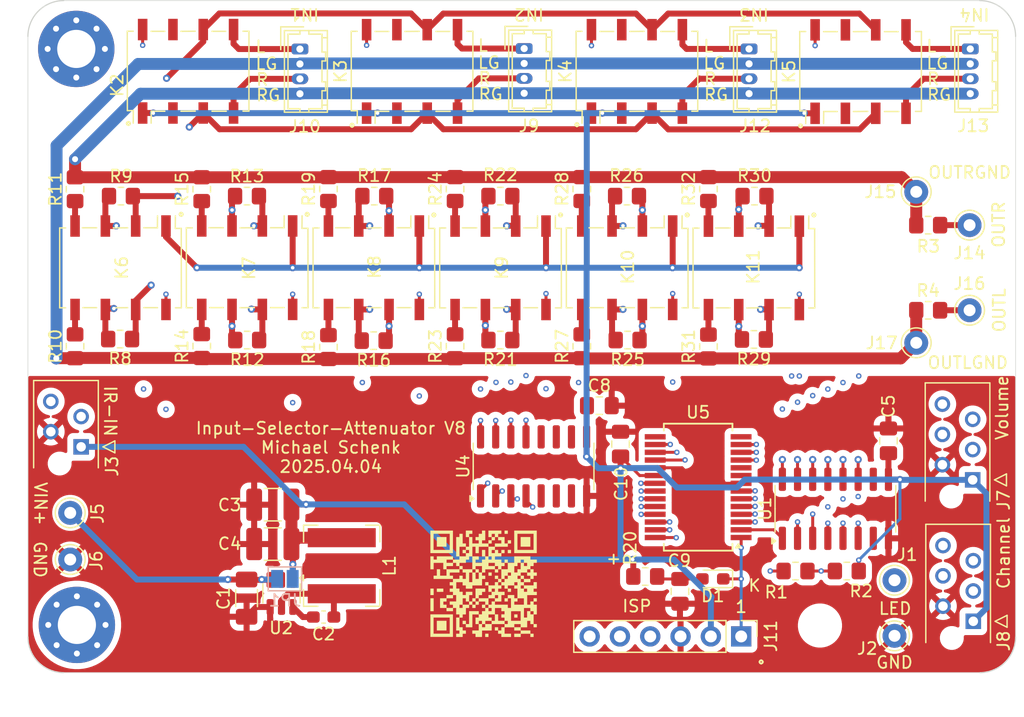
<source format=kicad_pcb>
(kicad_pcb (version 20241229) (generator "pcbnew") (generator_version "9.0")
  (layers (0 "F.Cu" mixed) (4 "In1.Cu" signal) (6 "In2.Cu" signal) (2 "B.Cu" mixed) (13 "F.Paste" user) (15 "B.Paste" user) (5 "F.SilkS" user "F.Silkscreen") (7 "B.SilkS" user "B.Silkscreen") (1 "F.Mask" user) (3 "B.Mask" user) (25 "Edge.Cuts" user))
  (net 0 "")
  (net 1 "GND")
  (net 2 "+5V")
  (net 3 "/VIN")
  (net 4 "/SWOUT")
  (net 5 "RC0{slash}CHA")
  (net 6 "Net-(J1-Pin_1)")
  (net 7 "RC2{slash}SW")
  (net 9 "GND1")
  (net 10 "GND2")
  (net 11 "Net-(K2-Pad3)")
  (net 12 "RC5{slash}CHA")
  (net 13 "RC7{slash}SW")
  (net 15 "Net-(J10-Pin_1)")
  (net 16 "Net-(J10-Pin_3)")
  (net 18 "Net-(J14-Pin_1)")
  (net 19 "Net-(K2-Pad6)")
  (net 20 "Net-(J16-Pin_1)")
  (net 21 "Net-(K6-Pad3)")
  (net 22 "Net-(J9-Pin_1)")
  (net 23 "Net-(J9-Pin_3)")
  (net 24 "Net-(J12-Pin_1)")
  (net 25 "Net-(J12-Pin_3)")
  (net 26 "Net-(J13-Pin_1)")
  (net 27 "Net-(J13-Pin_3)")
  (net 28 "ICSPDAT")
  (net 29 "ICSPCLK")
  (net 30 "Net-(U4-O1)")
  (net 31 "Net-(U4-O2)")
  (net 32 "Net-(U4-O3)")
  (net 41 "Net-(K7-Pad3)")
  (net 42 "Net-(K6-Pad4)")
  (net 43 "Net-(K6-Pad5)")
  (net 44 "Net-(K6-Pad6)")
  (net 45 "Net-(U4-O4)")
  (net 46 "Net-(K7-Pad6)")
  (net 47 "Net-(K7-Pad4)")
  (net 48 "Net-(K7-Pad5)")
  (net 49 "Net-(U1-O1)")
  (net 50 "Net-(K8-Pad4)")
  (net 51 "Net-(K8-Pad5)")
  (net 52 "Net-(U1-O2)")
  (net 53 "Net-(K9-Pad4)")
  (net 54 "Net-(K9-Pad5)")
  (net 55 "Net-(K8-Pad3)")
  (net 56 "Net-(K8-Pad6)")
  (net 57 "Net-(U1-O3)")
  (net 58 "Net-(K10-Pad4)")
  (net 59 "Net-(K10-Pad5)")
  (net 60 "Net-(K10-Pad7)")
  (net 61 "Net-(U1-O4)")
  (net 62 "Net-(K10-Pad6)")
  (net 63 "Net-(K11-Pad4)")
  (net 64 "Net-(K11-Pad5)")
  (net 65 "Net-(U1-O5)")
  (net 66 "Net-(U1-O6)")
  (net 67 "Net-(U5-RB5)")
  (net 70 "Net-(U4-I1)")
  (net 71 "Net-(U4-I2)")
  (net 72 "Net-(U4-I3)")
  (net 73 "ATT_0")
  (net 74 "ATT_1")
  (net 75 "ATT_2")
  (net 76 "ATT_3")
  (net 77 "ATT_4")
  (net 78 "ATT_5")
  (net 79 "Net-(U4-I4)")
  (net 86 "Net-(K10-Pad2)")
  (net 87 "Net-(U2-BST)")
  (net 92 "Net-(D1-A)")
  (net 93 "RC1{slash}CHB")
  (net 94 "RC6{slash}CHB")
  (net 95 "Net-(D1-K)")
  (net 97 "RB4{slash}IRIN")
  (net 98 "Net-(K10-Pad3)")
  (footprint "Capacitor_SMD:C_0603_1608Metric_Pad1.08x0.95mm_HandSolder" (layer "F.Cu") (at 141.6315 110.1344 180)
    (property "Reference" "C2")
    (property "Value" "100nF/50V/X7R")
  )
  (footprint "Capacitor_SMD:C_1210_3225Metric_Pad1.33x2.70mm_HandSolder" (layer "F.Cu") (at 137.3755 100.711 180)
    (property "Reference" "C3")
    (property "Value" "22uF/25V/X7R")
  )
  (footprint "Capacitor_SMD:C_0805_2012Metric_Pad1.18x1.45mm_HandSolder" (layer "F.Cu") (at 188.976 95.3555 -90)
    (property "Reference" "C5")
    (property "Value" "100nF")
  )
  (footprint "MountingHole:MountingHole_3.2mm_M3" (layer "F.Cu") (at 186.7408 80.772)
    (property "Reference" "H2" (hide yes))
    (property "Value" "MountingHole")
  )
  (footprint "MountingHole:MountingHole_3.2mm_M3" (layer "F.Cu") (at 183.2356 110.8456)
    (property "Reference" "H3" (hide yes))
    (property "Value" "MountingHole")
  )
  (footprint "MountingHole:MountingHole_3.2mm_M3_Pad_Via" (layer "F.Cu") (at 120.9548 110.7948)
    (property "Reference" "H4" (hide yes))
    (property "Value" "MountingHole")
  )
  (footprint "Connector_Pin:Pin_D1.0mm_L10.0mm" (layer "F.Cu") (at 189.484 107.047482)
    (property "Reference" "J1")
    (property "Value" "LED")
  )
  (footprint "Connector_Pin:Pin_D1.0mm_L10.0mm" (layer "F.Cu") (at 189.484 111.7092)
    (property "Reference" "J2")
    (property "Value" "GND")
  )
  (footprint "Connector_Pin:Pin_D1.0mm_L10.0mm" (layer "F.Cu") (at 120.396 101.3968 -90)
    (property "Reference" "J5")
    (property "Value" "+VIN")
  )
  (footprint "Connector_Pin:Pin_D1.0mm_L10.0mm" (layer "F.Cu") (at 120.396 105.3084 -90)
    (property "Reference" "J6")
    (property "Value" "GND")
  )
  (footprint "Connector_Pin:Pin_D1.0mm_L10.0mm" (layer "F.Cu") (at 195.776364 77.263242)
    (property "Reference" "J14")
    (property "Value" "OUT_R")
  )
  (footprint "Connector_Pin:Pin_D1.0mm_L10.0mm" (layer "F.Cu") (at 191.306062 74.469242)
    (property "Reference" "J15")
    (property "Value" "OUT_GNDR")
  )
  (footprint "Connector_Pin:Pin_D1.0mm_L10.0mm" (layer "F.Cu") (at 195.776364 84.402499)
    (property "Reference" "J16")
    (property "Value" "OUT_L")
  )
  (footprint "Connector_Pin:Pin_D1.0mm_L10.0mm" (layer "F.Cu") (at 191.306062 87.131767)
    (property "Reference" "J17")
    (property "Value" "OUT_GNDL")
  )
  (footprint "Relay_SMD:Relay_DPDT_Omron_G6K-2F" (layer "F.Cu") (at 130.2766 64.3584 90)
    (property "Reference" "K2")
    (property "Value" "G6K-2F DC5")
  )
  (footprint "Relay_SMD:Relay_DPDT_Omron_G6K-2F" (layer "F.Cu") (at 149.0472 64.3688 90)
    (property "Reference" "K3")
    (property "Value" "G6K-2F DC5")
  )
  (footprint "Relay_SMD:Relay_DPDT_Omron_G6K-2F" (layer "F.Cu") (at 167.894 64.3688 90)
    (property "Reference" "K4")
    (property "Value" "G6K-2F DC5")
  )
  (footprint "Relay_SMD:Relay_DPDT_Omron_G6K-2F" (layer "F.Cu") (at 186.6392 64.3838 90)
    (property "Reference" "K5")
    (property "Value" "G6K-2F DC5")
  )
  (footprint "Resistor_SMD:R_0805_2012Metric_Pad1.20x1.40mm_HandSolder" (layer "F.Cu") (at 181.1876 106.2736)
    (property "Reference" "R1")
    (property "Value" "330R")
  )
  (footprint "Resistor_SMD:R_0805_2012Metric_Pad1.20x1.40mm_HandSolder" (layer "F.Cu") (at 185.4868 106.2736 180)
    (property "Reference" "R2")
    (property "Value" "330R")
  )
  (footprint "Resistor_SMD:R_0805_2012Metric_Pad1.20x1.40mm_HandSolder" (layer "F.Cu") (at 192.305964 84.402499)
    (property "Reference" "R4")
    (property "Value" "10k/0.1%")
  )
  (footprint "MountingHole:MountingHole_3.2mm_M3_Pad_Via" (layer "F.Cu") (at 120.904 62.484)
    (property "Reference" "H1" (hide yes))
    (property "Value" "MountingHole")
  )
  (footprint "Resistor_SMD:R_0805_2012Metric_Pad1.20x1.40mm_HandSolder" (layer "F.Cu") (at 192.305964 77.263242)
    (property "Reference" "R3")
    (property "Value" "10k/0.1%")
  )
  (footprint "Package_SO:SOIC-16_3.9x9.9mm_P1.27mm" (layer "F.Cu") (at 159.2326 97.4994 90)
    (property "Reference" "U4")
    (property "Value" "ULN2003A")
  )
  (footprint "Package_TO_SOT_SMD:TSOT-23-6" (layer "F.Cu") (at 138.1053 108.1532 -90)
    (property "Reference" "U2")
    (property "Value" "AP63205WU")
  )
  (footprint "Capacitor_SMD:C_1210_3225Metric_Pad1.33x2.70mm_HandSolder" (layer "F.Cu") (at 137.3755 104.013 180)
    (property "Reference" "C4")
    (property "Value" "22uF/25V/X7R")
  )
  (footprint "Package_SO:SOIC-16_3.9x9.9mm_P1.27mm" (layer "F.Cu") (at 184.531 101.0554 90)
    (property "Reference" "U1")
    (property "Value" "ULN2003A")
  )
  (footprint "Connector_TE-Connectivity:TE_Micro-MaTch_215079-6_2x03_P1.27mm_Vertical" (layer "F.Cu") (at 196.0372 98.6282 180)
    (property "Reference" "J7")
    (property "Value" "TE MicroMatch")
  )
  (footprint "Resistor_SMD:R_0805_2012Metric_Pad1.20x1.40mm_HandSolder" (layer "F.Cu") (at 135.2296 86.9 180)
    (property "Reference" "R12")
    (property "Value" "2.94k/0.1%")
  )
  (footprint "Capacitor_SMD:C_0805_2012Metric_Pad1.18x1.45mm_HandSolder" (layer "F.Cu") (at 164.7444 92.4052)
    (property "Reference" "C8")
    (property "Value" "100nF")
  )
  (footprint "Resistor_SMD:R_0805_2012Metric_Pad1.20x1.40mm_HandSolder" (layer "F.Cu") (at 156.448 74.8284 180)
    (property "Reference" "R22")
    (property "Value" "7.5k/0.1%")
  )
  (footprint "Connector_Hirose:Hirose_DF13-04P-1.25DSA_1x04_P1.25mm_Vertical" (layer "F.Cu") (at 139.6492 62.4932 -90)
    (property "Reference" "J10")
    (property "Value" "Conn_01x04")
  )
  (footprint "Resistor_SMD:R_0805_2012Metric_Pad1.20x1.40mm_HandSolder" (layer "F.Cu") (at 135.2136 74.8284 180)
    (property "Reference" "R13")
    (property "Value" "2.94k/0.1%")
  )
  (footprint "Relay_SMD:Relay_DPDT_Omron_G6K-2F" (layer "F.Cu") (at 177.6984 80.8496 -90)
    (property "Reference" "K11")
    (property "Value" "G6K-2F DC5")
  )
  (footprint "Resistor_SMD:R_0805_2012Metric_Pad1.20x1.40mm_HandSolder" (layer "F.Cu") (at 173.8884 87.4428 90)
    (property "Reference" "R31")
    (property "Value" "40.2R/0.1%")
  )
  (footprint "Resistor_SMD:R_0805_2012Metric_Pad1.20x1.40mm_HandSolder" (layer "F.Cu") (at 167.116 86.9 180)
    (property "Reference" "R25")
    (property "Value" "9.31k/0.1%")
  )
  (footprint "Resistor_SMD:R_0805_2012Metric_Pad1.20x1.40mm_HandSolder" (layer "F.Cu") (at 131.4196 87.4052 90)
    (property "Reference" "R14")
    (property "Value" "24.3k/0.1%")
  )
  (footprint "Resistor_SMD:R_0805_2012Metric_Pad1.20x1.40mm_HandSolder" (layer "F.Cu") (at 145.8816 74.8284 180)
    (property "Reference" "R17")
    (property "Value" "4.99k/0.1%")
  )
  (footprint "Resistor_SMD:R_0805_2012Metric_Pad1.20x1.40mm_HandSolder" (layer "F.Cu") (at 124.5776 86.8172 180)
    (property "Reference" "R8")
    (property "Value" "1.58k/0.1%")
  )
  (footprint "Relay_SMD:Relay_DPDT_Omron_G6K-2F" (layer "F.Cu") (at 124.6124 80.836 -90)
    (property "Reference" "K6")
    (property "Value" "G6K-2F DC5")
  )
  (footprint "Resistor_SMD:R_0805_2012Metric_Pad1.20x1.40mm_HandSolder" (layer "F.Cu") (at 177.6984 86.8492 180)
    (property "Reference" "R29")
    (property "Value" "10k/0.1%")
  )
  (footprint "Relay_SMD:Relay_DPDT_Omron_G6K-2F" (layer "F.Cu") (at 135.2296 80.8308 -90)
    (property "Reference" "K7")
    (property "Value" "G6K-2F DC5")
  )
  (footprint "Capacitor_SMD:C_0805_2012Metric_Pad1.18x1.45mm_HandSolder" (layer "F.Cu") (at 166.5224 95.6271 90)
    (property "Reference" "C10")
    (property "Value" "100nF")
  )
  (footprint "Capacitor_SMD:C_1206_3216Metric_Pad1.33x1.80mm_HandSolder" (layer "F.Cu") (at 135.1788 108.5473 -90)
    (property "Reference" "C1")
    (property "Value" "10uF/50V/X7R")
  )
  (footprint "Resistor_SMD:R_0805_2012Metric_Pad1.20x1.40mm_HandSolder" (layer "F.Cu") (at 177.7492 74.8284 180)
    (property "Reference" "R30")
    (property "Value" "10k/0.1%")
  )
  (footprint "Resistor_SMD:R_0805_2012Metric_Pad1.20x1.40mm_HandSolder" (layer "F.Cu") (at 120.8024 74.248 90)
    (property "Reference" "R11")
    (property "Value" "53.6k/0.1%")
  )
  (footprint "Resistor_SMD:R_0805_2012Metric_Pad1.20x1.40mm_HandSolder" (layer "F.Cu") (at 167.0652 74.8284 180)
    (property "Reference" "R26")
    (property "Value" "9.31k/0.1%")
  )
  (footprint "Connector_Hirose:Hirose_DF13-04P-1.25DSA_1x04_P1.25mm_Vertical" (layer "F.Cu") (at 158.4452 62.4532 -90)
    (property "Reference" "J9")
    (property "Value" "Conn_01x04")
  )
  (footprint "Resistor_SMD:R_0805_2012Metric_Pad1.20x1.40mm_HandSolder" (layer "F.Cu") (at 145.8308 86.9508 180)
    (property "Reference" "R16")
    (property "Value" "4.99k/0.1%")
  )
  (footprint "Resistor_SMD:R_0805_2012Metric_Pad1.20x1.40mm_HandSolder" (layer "F.Cu") (at 163.2712 87.424 90)
    (property "Reference" "R27")
    (property "Value" "681R/0.1%")
  )
  (footprint "Resistor_SMD:R_0805_2012Metric_Pad1.20x1.40mm_HandSolder" (layer "F.Cu") (at 131.4196 74.248 90)
    (property "Reference" "R15")
    (property "Value" "24.3k/0.1%")
  )
  (footprint "Inductor_SMD:L_Bourns-SRN6028" (layer "F.Cu") (at 143.1544 105.8296 90)
    (property "Reference" "L1")
    (property "Value" "4.7uH")
  )
  (footprint "Diode_SMD:D_0603_1608Metric_Pad1.05x0.95mm_HandSolder" (layer "F.Cu") (at 174.2554 106.934 180)
    (property "Reference" "D1")
    (property "Value" "TS4148RCG")
  )
  (footprint "Resistor_SMD:R_0805_2012Metric_Pad1.20x1.40mm_HandSolder" (layer "F.Cu") (at 156.448 86.9 180)
    (property "Reference" "R21")
    (property "Value" "7.5k/0.1%")
  )
  (footprint "Resistor_SMD:R_0805_2012Metric_Pad1.20x1.40mm_HandSolder" (layer "F.Cu") (at 124.6472 74.8284 180)
    (property "Reference" "R9")
    (property "Value" "1.58k/0.1%")
  )
  (footprint "Resistor_SMD:R_0805_2012Metric_Pad1.20x1.40mm_HandSolder" (layer "F.Cu") (at 120.8024 87.424 90)
    (property "Reference" "R10")
    (property "Value" "53.6k/0.1%")
  )
  (footprint "LOGO" (layer "F.Cu") (at 155.0416 107.3404)
    (property "Reference" "G***" (hide yes))
    (property "Value" "LOGO" (hide yes))
  )
  (footprint "Resistor_SMD:R_0805_2012Metric_Pad1.20x1.40mm_HandSolder" (layer "F.Cu") (at 152.654 74.2348 90)
    (property "Reference" "R24")
    (property "Value" "3.32k/0.1%")
  )
  (footprint "Connector_TE-Connectivity:TE_Micro-MaTch_215079-6_2x03_P1.27mm_Vertical" (layer "F.Cu") (at 196.088 110.49 180)
    (property "Reference" "J8")
    (property "Value" "TE MicroMatch")
  )
  (footprint "Resistor_SMD:R_0805_2012Metric_Pad1.20x1.40mm_HandSolder" (layer "F.Cu") (at 163.2712 74.2348 90)
    (property "Reference" "R28")
    (property "Value" "681R/0.1%")
  )
  (footprint "Resistor_SMD:R_0805_2012Metric_Pad1.20x1.40mm_HandSolder" (layer "F.Cu") (at 152.654 87.424 90)
    (property "Reference" "R23")
    (property "Value" "3.32k/0.1%")
  )
  (footprint "Resistor_SMD:R_0805_2012Metric_Pad1.20x1.40mm_HandSolder" (layer "F.Cu") (at 142.039092 74.2348 90)
    (property "Reference" "R19")
    (property "Value" "10k/0.1%")
  )
  (footprint "Resistor_SMD:R_0805_2012Metric_Pad1.20x1.40mm_HandSolder" (layer "F.Cu") (at 168.5892 106.7308)
    (property "Reference" "R20")
    (property "Value" "4.7k")
  )
  (footprint "Connector_Hirose:Hirose_DF13-04P-1.25DSA_1x04_P1.25mm_Vertical" (layer "F.Cu") (at 195.834 62.484 -90)
    (property "Reference" "J13")
    (property "Value" "Conn_01x04")
  )
  (footprint "Relay_SMD:Relay_DPDT_Omron_G6K-2F" (layer "F.Cu") (at 167.0812 80.836 -90)
    (property "Reference" "K10")
    (property "Value" "G6K-2F DC5")
  )
  (footprint "Capacitor_SMD:C_0805_2012Metric_Pad1.18x1.45mm_HandSolder" (layer "F.Cu") (at 171.5008 107.9793 -90)
    (property "Reference" "C9")
    (property "Value" "10nF")
  )
  (footprint "Resistor_SMD:R_0805_2012Metric_Pad1.20x1.40mm_HandSolder" (layer "F.Cu") (at 142.039092 87.4908 90)
    (property "Reference" "R18")
    (property "Value" "10k/0.1%")
  )
  (footprint "Relay_SMD:Relay_DPDT_Omron_G6K-2F" (layer "F.Cu") (at 156.464 80.8412 -90)
    (property "Reference" "K9")
    (property "Value" "G6K-2F DC5")
  )
  (footprint "Resistor_SMD:R_0805_2012Metric_Pad1.20x1.40mm_HandSolder" (layer "F.Cu") (at 173.8884 74.2348 90)
    (property "Reference" "R32")
    (property "Value" "40.2R/0.1%")
  )
  (footprint "Relay_SMD:Relay_DPDT_Omron_G6K-2F" (layer "F.Cu") (at 145.849092 80.836 -90)
    (property "Reference" "K8")
    (property "Value" "G6K-2F DC5")
  )
  (footprint "Connector_TE-Connectivity:TE_Micro-MaTch_215079-4_2x02_P1.27mm_Vertical" (layer "F.Cu") (at 121.3104 95.8596 180)
    (property "Reference" "J3")
    (property "Value" "TE MicroMatch")
  )
  (footprint "Connector_PinHeader_2.54mm:PinHeader_1x06_P2.54mm_Vertical" (layer "F.Cu") (at 176.6316 111.76 -90)
    (property "Reference" "J11")
    (property "Value" "Conn_01x06_Male")
  )
  (footprint "Connector_Hirose:Hirose_DF13-04P-1.25DSA_1x04_P1.25mm_Vertical" (layer "F.Cu") (at 177.292 62.484 -90)
    (property "Reference" "J12")
    (property "Value" "Conn_01x04")
  )
  (footprint "Package_SO:SSOP-28_5.3x10.2mm_P0.65mm" (layer "F.Cu") (at 173.0248 99.2408 180)
    (property "Reference" "U5")
    (property "Value" "PIC16F18056-I/SS")
  )
  (footprint "Jumper:SolderJumper-2_P1.3mm_Open_Pad1.0x1.5mm" (layer "B.Cu") (at 138.3896 106.934)
    (property "Reference" "JP1")
    (property "Value" "SolderJumper_2_Open")
  )
  (gr_line (start 116.850329 111.797671) (end 116.850328 61.430328) (stroke (width 0.05)) (layer "Edge.Cuts"))
  (gr_line (start 196.63368 114.79768) (end 119.850329 114.797671) (stroke (width 0.05)) (layer "Edge.Cuts"))
  (gr_arc (start 199.63368 111.79768) (mid 198.755 113.919) (end 196.63368 114.79768) (stroke (width 0.1)) (layer "Edge.Cuts"))
  (gr_line (start 199.633674 61.430326) (end 199.63368 111.79768) (stroke (width 0.05)) (layer "Edge.Cuts"))
  (gr_arc (start 119.850329 114.797671) (mid 117.729 113.919) (end 116.850329 111.797671) (stroke (width 0.1)) (layer "Edge.Cuts"))
  (gr_arc (start 196.633674 58.430326) (mid 198.755 59.309) (end 199.633674 61.430326) (stroke (width 0.1)) (layer "Edge.Cuts"))
  (gr_arc (start 116.850328 61.430328) (mid 117.729 59.309) (end 119.850328 58.430328) (stroke (width 0.1)) (layer "Edge.Cuts"))
  (gr_line (start 119.850328 58.430328) (end 196.633674 58.430326) (stroke (width 0.05)) (layer "Edge.Cuts"))
  (gr_text "OUTL" (at 198.265564 84.402499 90) (layer "F.SilkS") (effects (font (size 1 1))))
  (gr_text "VIN+" (at 117.9068 100.6348 270) (layer "F.SilkS") (effects (font (size 1 1))))
  (gr_text "GND" (at 117.856 105.3084 -90) (layer "F.SilkS") (effects (font (size 1 1))))
  (gr_text "GND" (at 189.484 113.9444 0) (layer "F.SilkS") (effects (font (size 1 1))))
  (gr_text "OUTLGND" (at 195.6308 88.7984 0) (layer "F.SilkS") (effects (font (size 1 1))))
  (gr_text "OUTRGND" (at 195.7832 72.8472 0) (layer "F.SilkS") (effects (font (size 1 1))))
  (gr_text "Input-Selector-Attenuator V8\nMichael Schenk\n2025.04.04" (at 142.24 95.9104 0) (layer "F.SilkS") (effects (font (size 1 1))))
  (gr_text "LED" (at 189.5348 109.4232 0) (layer "F.SilkS") (effects (font (size 1 1))))
  (gr_text "IN2" (at 158.849918 59.5884 180) (layer "F.SilkS") (effects (font (size 1 1))))
  (gr_text "Volume" (at 198.501 92.583 90) (layer "F.SilkS") (effects (font (size 1 1))))
  (gr_text "°" (at 129.6924 76.7588 0) (layer "F.SilkS") (effects (font (size 1 1))))
  (gr_text "L" (at 173.3804 62.8396 0) (layer "F.SilkS") (effects (font (size 1 1)) (justify left bottom)))
  (gr_text "R" (at 192.1256 65.5828 0) (layer "F.SilkS") (effects (font (size 1 1)) (justify left bottom)))
  (gr_text "°" (at 140.2588 76.7588 0) (layer "F.SilkS") (effects (font (size 1 1))))
  (gr_text "R" (at 135.89 65.6336 0) (layer "F.SilkS") (effects (font (size 1 1)) (justify left bottom)))
  (gr_text "°" (at 172.1104 76.8096 0) (layer "F.SilkS") (effects (font (size 1 1))))
  (gr_text "°" (at 162.8648 69.2404 0) (layer "F.SilkS") (effects (font (size 1 1))))
  (gr_text "LG" (at 154.4828 64.2112 0) (layer "F.SilkS") (effects (font (size 1 1)) (justify left bottom)))
  (gr_text "°" (at 181.61 69.342 0) (layer "F.SilkS") (effects (font (size 1 1))))
  (gr_text "°" (at 161.4932 76.8096 0) (layer "F.SilkS") (effects (font (size 1 1))))
  (gr_text "L" (at 192.0748 62.8396 0) (layer "F.SilkS") (effects (font (size 1 1)) (justify left bottom)))
  (gr_text "R" (at 154.5336 65.532 0) (layer "F.SilkS") (effects (font (size 1 1)) (justify left bottom)))
  (gr_text "RG" (at 192.1256 66.9036 0) (layer "F.SilkS") (effects (font (size 1 1)) (justify left bottom)))
  (gr_text "1" (at 176.6316 109.2708 0) (layer "F.SilkS") (effects (font (size 1 1))))
  (gr_text "Channel" (at 198.628 104.775 90) (layer "F.SilkS") (effects (font (size 1 1))))
  (gr_text "°" (at 150.876 76.8096 0) (layer "F.SilkS") (effects (font (size 1 1))))
  (gr_text "IR-IN" (at 123.7488 92.8624 270) (layer "F.SilkS") (effects (font (size 1 1))))
  (gr_text "L" (at 135.8392 62.8904 0) (layer "F.SilkS") (effects (font (size 1 1)) (justify left bottom)))
  (gr_text "LG" (at 135.8392 64.3128 0) (layer "F.SilkS") (effects (font (size 1 1)) (justify left bottom)))
  (gr_text "LG" (at 173.3804 64.262 0) (layer "F.SilkS") (effects (font (size 1 1)) (justify left bottom)))
  (gr_text "°" (at 178.308 114.3 0) (layer "F.SilkS") (effects (font (size 1 1))))
  (gr_text "°" (at 144.018 69.2912 0) (layer "F.SilkS") (effects (font (size 1 1))))
  (gr_text "L" (at 154.4828 62.7888 0) (layer "F.SilkS") (effects (font (size 1 1)) (justify left bottom)))
  (gr_text "°" (at 182.7276 76.8096 0) (layer "F.SilkS") (effects (font (size 1 1))))
  (gr_text "ISP" (at 167.894 109.22 0) (layer "F.SilkS") (effects (font (size 1 1))))
  (gr_text "R" (at 173.4312 65.5828 0) (layer "F.SilkS") (effects (font (size 1 1)) (justify left bottom)))
  (gr_text "IN1" (at 140.0048 59.5884 180) (layer "F.SilkS") (effects (font (size 1 1))))
  (gr_text "K" (at 177.7492 107.4928 0) (layer "F.SilkS") (effects (font (size 1 1))))
  (gr_text "LG" (at 192.0748 64.262 0) (layer "F.SilkS") (effects (font (size 1 1)) (justify left bottom)))
  (gr_text "+" (at 165.227 105.791 0) (layer "F.SilkS") (effects (font (size 1 1)) (justify left bottom)))
  (gr_text "RG" (at 154.5336 66.8528 0) (layer "F.SilkS") (effects (font (size 1 1)) (justify left bottom)))
  (gr_text "IN3" (at 177.699436 59.5884 180) (layer "F.SilkS") (effects (font (size 1 1))))
  (gr_text "°" (at 125.2728 69.1388 0) (layer "F.SilkS") (effects (font (size 1 1))))
  (gr_text "IN4" (at 196.1896 59.5884 180) (layer "F.SilkS") (effects (font (size 1 1))))
  (gr_text "RG" (at 135.89 66.9544 0) (layer "F.SilkS") (effects (font (size 1 1)) (justify left bottom)))
  (gr_text "OUTR" (at 198.214764 77.212442 90) (layer "F.SilkS") (effects (font (size 1 1))))
  (gr_text "RG" (at 173.4312 66.9036 0) (layer "F.SilkS") (effects (font (size 1 1)) (justify left bottom)))
  (segment (start 172.9822 98.9158) (end 171.6822 97.6158) (width 0.25) (layer "F.Cu") (net 1))
  (segment (start 137.1553 109.2907) (end 135.9979 109.2907) (width 0.5) (layer "F.Cu") (net 1))
  (segment (start 137.1553 110.5361) (end 138.0744 111.4552) (width 0.5) (layer "F.Cu") (net 1))
  (segment (start 176.6248 98.9158) (end 172.9822 98.9158) (width 0.25) (layer "F.Cu") (net 1))
  (segment (start 169.4248 97.6158) (end 171.6822 97.6158) (width 0.25) (layer "F.Cu") (net 1))
  (segment (start 135.9979 109.2907) (end 135.1788 110.1098) (width 0.5) (layer "F.Cu") (net 1))
  (segment (start 137.1553 109.2907) (end 137.1553 110.5361) (width 0.5) (layer "F.Cu") (net 1))
  (segment (start 169.4248 98.2658) (end 168.1236 98.2658) (width 0.25) (layer "F.Cu") (net 2))
  (segment (start 188.976 98.5804) (end 188.976 96.393) (width 0.5) (layer "F.Cu") (net 2))
  (segment (start 170.8912 80.8228) (end 170.878 80.836) (width 0.5) (layer "F.Cu") (net 2))
  (segment (start 139.0396 80.836) (end 139.0396 77.3308) (width 0.5) (layer "F.Cu") (net 2))
  (segment (start 181.5084 80.8228) (end 181.4952 80.836) (width 0.5) (layer "F.Cu") (net 2))
  (segment (start 145.2372 67.8688) (end 146.1516 67.8688) (width 0.5) (layer "F.Cu") (net 2))
  (segment (start 149.659092 80.833708) (end 149.6568 80.836) (width 0.5) (layer "F.Cu") (net 2))
  (segment (start 139.0553 105.7148) (end 139.0553 104.1303) (width 0.5) (layer "F.Cu") (net 2))
  (segment (start 181.5084 77.3496) (end 181.5084 80.8228) (width 0.5) (layer "F.Cu") (net 2))
  (segment (start 128.4224 78.2452) (end 131.0132 80.836) (width 0.5) (layer "F.Cu") (net 2))
  (segment (start 186.4868 106.2736) (end 186.4868 105.3592) (width 0.25) (layer "F.Cu") (net 2))
  (segment (start 168.1236 98.2658) (end 166.5224 96.6646) (width 0.25) (layer "F.Cu") (net 2))
  (segment (start 143.1544 103.4796) (end 139.4714 103.4796) (width 1) (layer "F.Cu") (net 2))
  (segment (start 128.4224 77.336) (end 128.4224 78.2452) (width 0.5) (layer "F.Cu") (net 2))
  (segment (start 170.8912 77.336) (end 170.8912 80.8228) (width 0.5) (layer "F.Cu") (net 2))
  (segment (start 149.659092 77.336) (end 149.659092 80.833708) (width 0.5) (layer "F.Cu") (net 2))
  (segment (start 127.3452 67.8584) (end 127.3556 67.8688) (width 0.5) (layer "F.Cu") (net 2))
  (segment (start 181.9298 67.8838) (end 181.9148 67.8688) (width 0.5) (layer "F.Cu") (net 2))
  (segment (start 139.0553 107.0157) (end 139.0553 105.7148) (width 0.5) (layer "F.Cu") (net 2))
  (segment (start 140.1572 100.6856) (end 138.9634 100.6856) (width 0.5) (layer "F.Cu") (net 2))
  (segment (start 160.274 80.836) (end 160.274 77.3412) (width 0.5) (layer "F.Cu") (net 2))
  (segment (start 139.0553 104.1303) (end 138.938 104.013) (width 0.5) (layer "F.Cu") (net 2))
  (segment (start 138.938 104.013) (end 138.938 100.711) (width 1) (layer "F.Cu") (net 2))
  (segment (start 163.6776 95.0244) (end 163.6776 96.6724) (width 0.5) (layer "F.Cu") (net 2))
  (segment (start 164.084 67.8688) (end 164.9984 67.8688) (width 0.5) (layer "F.Cu") (net 2))
  (segment (start 138.9634 100.6856) (end 138.938 100.711) (width 0.5) (layer "F.Cu") (net 2))
  (segment (start 166.5224 96.6646) (end 166.5224 97.6511) (width 0.5) (layer "F.Cu") (net 2))
  (segment (start 167.5892 106.7308) (end 167.5892 105.3592) (width 0.5) (layer "F.Cu") (net 2))
  (segment (start 189.9412 98.6028) (end 188.9984 98.6028) (width 0.5) (layer "F.Cu") (net 2))
  (segment (start 167.5892 105.3592) (end 167.5384 105.3084) (width 0.5) (layer "F.Cu") (net 2))
  (segment (start 139.4714 103.4796) (end 138.938 104.013) (width 1) (layer "F.Cu") (net 2))
  (segment (start 126.4666 67.8584) (end 127.3452 67.8584) (width 0.5) (layer "F.Cu") (net 2))
  (segment (start 163.6776 95.0244) (end 163.6776 92.4345) (width 0.5) (layer "F.Cu") (net 2))
  (segment (start 182.8292 67.8838) (end 181.9298 67.8838) (width 0.5) (layer "F.Cu") (net 2))
  (via (at 160.274 80.836) (size 0.6) (drill 0.3) (layers "F.Cu" "B.Cu") (net 2))
  (via (at 163.6776 96.6724) (size 0.6) (drill 0.3) (layers "F.Cu" "B.Cu") (net 2))
  (via (at 167.5384 105.3084) (size 0.6) (drill 0.3) (layers "F.Cu" "B.Cu") (net 2))
  (via (at 170.878 80.836) (size 0.6) (drill 0.3) (layers "F.Cu" "B.Cu") (net 2))
  (via (at 189.9412 98.6028) (size 0.6) (drill 0.3) (layers "F.Cu" "B.Cu") (net 2))
  (via (at 131.0132 80.836) (size 0.6) (drill 0.3) (layers "F.Cu" "B.Cu") (net 2))
  (via (at 140.1572 100.6856) (size 0.6) (drill 0.3) (layers "F.Cu" "B.Cu") (net 2))
  (via (at 149.6568 80.836) (size 0.6) (drill 0.3) (layers "F.Cu" "B.Cu") (net 2))
  (via (at 186.4868 105.3592) (size 0.45) (drill 0.225) (layers "F.Cu" "B.Cu") (net 2))
  (via (at 166.5224 97.6511) (size 0.6) (drill 0.3) (layers "F.Cu" "B.Cu") (net 2))
  (via (at 139.0553 105.7148) (size 0.6) (drill 0.3) (layers "F.Cu" "B.Cu") (net 2))
  (via (at 127.3556 67.8688) (size 0.6) (drill 0.3) (layers "F.Cu" "B.Cu") (net 2))
  (via (at 139.0396 80.836) (size 0.6) (drill 0.3) (layers "F.Cu" "B.Cu") (net 2))
  (via (at 181.4952 80.836) (size 0.6) (drill 0.3) (layers "F.Cu" "B.Cu") (net 2))
  (via (at 181.9148 67.8688) (size 0.6) (drill 0.3) (layers "F.Cu" "B.Cu") (net 2))
  (via (at 146.1516 67.8688) (size 0.6) (drill 0.3) (layers "F.Cu" "B.Cu") (net 2))
  (via (at 164.9984 67.8688) (size 0.6) (drill 0.3) (layers "F.Cu" "B.Cu") (net 2))
  (segment (start 196.088 110.49) (end 197.188 109.39) (width 0.5) (layer "B.Cu") (net 2))
  (segment (start 189.9666 98.6282) (end 189.9412 98.6028) (width 0.5) (layer "B.Cu") (net 2))
  (segment (start 167.5384 105.3084) (end 170.9928 105.3084) (width 0.5) (layer "B.Cu") (net 2))
  (segment (start 166.5359 97.6376) (end 166.5224 97.6511) (width 0.5) (layer "B.Cu") (net 2))
  (segment (start 166.5224 97.6511) (end 166.5224 105.3084) (width 0.5) (layer "B.Cu") (net 2))
  (segment (start 176.9364 98.6028) (end 176.276 99.2632) (width 0.5) (layer "B.Cu") (net 2))
  (segment (start 163.6908 67.9328) (end 163.6268 67.8688) (width 0.5) (layer "B.Cu") (net 2))
  (segment (start 139.7508 100.6856) (end 134.9248 95.8596) (width 0.5) (layer "B.Cu") (net 2))
  (segment (start 189.9412 98.6028) (end 176.9364 98.6028) (width 0.5) (layer "B.Cu") (net 2))
  (segment (start 186.4868 105.3592) (end 189.9412 101.9048) (width 0.25) (layer "B.Cu") (net 2))
  (segment (start 171.2468 99.2632) (end 169.6212 97.6376) (width 0.5) (layer "B.Cu") (net 2))
  (segment (start 153.0096 105.3084) (end 148.3868 100.6856) (width 0.5) (layer "B.Cu") (net 2))
  (segment (start 140.1572 100.6856) (end 139.7508 100.6856) (width 0.5) (layer "B.Cu") (net 2))
  (segment (start 149.6568 80.836) (end 160.274 80.836) (width 0.5) (layer "B.Cu") (net 2))
  (segment (start 163.6908 80.836) (end 170.878 80.836) (width 0.5) (layer "B.Cu") (net 2))
  (segment (start 139.0396 105.7305) (end 139.0553 105.7148) (width 0.5) (layer "B.Cu") (net 2))
  (segment (start 149.6568 80.836) (end 139.0396 80.836) (width 0.5) (layer "B.Cu") (net 2))
  (segment (start 148.3868 100.6856) (end 140.1572 100.6856) (width 0.5) (layer "B.Cu") (net 2))
  (segment (start 139.0396 106.934) (end 139.0396 105.7305) (width 0.5) (layer "B.Cu") (net 2))
  (segment (start 163.6776 80.8492) (end 163.6908 80.836) (width 0.5) (layer "B.Cu") (net 2))
  (segment (start 166.5224 105.3084) (end 153.0096 105.3084) (width 0.5) (layer "B.Cu") (net 2))
  (segment (start 164.9984 67.8688) (end 163.6268 67.8688) (width 0.5) (layer "B.Cu") (net 2))
  (segment (start 174.0916 108.5088) (end 174.0916 111.76) (width 0.5) (layer "B.Cu") (net 2))
  (segment (start 169.6212 97.6376) (end 166.5359 97.6376) (width 0.5) (layer "B.Cu") (net 2))
  (segment (start 166.5224 97.6511) (end 164.6563 97.6511) (width 0.5) (layer "B.Cu") (net 2))
  (segment (start 174.1424 108.458) (end 174.0916 108.5088) (width 0.5) (layer "B.Cu") (net 2))
  (segment (start 170.878 80.836) (end 181.4952 80.836) (width 0.5) (layer "B.Cu") (net 2))
  (segment (start 139.0396 80.836) (end 131.0132 80.836) (width 0.5) (layer "B.Cu") (net 2))
  (segment (start 176.276 99.2632) (end 171.2468 99.2632) (width 0.5) (layer "B.Cu") (net 2))
  (segment (start 189.9412 101.9048) (end 189.9412 98.6028) (width 0.25) (layer "B.Cu") (net 2))
  (segment (start 163.6908 80.836) (end 163.6908 67.9328) (width 0.5) (layer "B.Cu") (net 2))
  (segment (start 160.274 80.836) (end 163.6908 80.836) (width 0.5) (layer "B.Cu") (net 2))
  (segment (start 127.3556 67.8688) (end 146.1516 67.8688) (width 0.5) (layer "B.Cu") (net 2))
  (segment (start 163.6268 67.8688) (end 146.1516 67.8688) (width 0.5) (layer "B.Cu") (net 2))
  (segment (start 181.9148 67.8688) (end 164.9984 67.8688) (width 0.5) (layer "B.Cu") (net 2))
  (segment (start 196.0372 98.6282) (end 189.9666 98.6282) (width 0.5) (layer "B.Cu") (net 2))
  (segment (start 164.6563 97.6511) (end 163.6776 96.6724) (width 0.5) (layer "B.Cu") (net 2))
  (segment (start 134.9248 95.8596) (end 121.3104 95.8596) (width 0.5) (layer "B.Cu") (net 2))
  (segment (start 197.188 109.39) (end 197.188 99.779) (width 0.5) (layer "B.Cu") (net 2))
  (segment (start 170.9928 105.3084) (end 174.1424 108.458) (width 0.5) (layer "B.Cu") (net 2))
  (segment (start 197.188 99.779) (end 196.0372 98.6282) (width 0.5) (layer "B.Cu") (net 2))
  (segment (start 167.5384 105.3084) (end 166.5224 105.3084) (width 0.5) (layer "B.Cu") (net 2))
  (segment (start 163.6776 96.6724) (end 163.6776 80.8492) (width 0.5) (layer "B.Cu") (net 2))
  (segment (start 135.1788 106.9848) (end 133.604 106.9848) (width 0.5) (layer "F.Cu") (net 3))
  (segment (start 135.2097 107.0157) (end 135.1788 106.9848) (width 0.5) (layer "F.Cu") (net 3))
  (segment (start 138.1053 107.0157) (end 135.2097 107.0157) (width 0.5) (layer "F.Cu") (net 3))
  (via (at 136.4488 106.9848) (size 0.6) (drill 0.3) (layers "F.Cu" "B.Cu") (net 3))
  (via (at 133.604 106.9848) (size 0.6) (drill 0.3) (layers "F.Cu" "B.Cu") (net 3))
  (segment (start 125.984 106.9848) (end 120.396 101.3968) (width 0.5) (layer "B.Cu") (net 3))
  (segment (start 137.6888 106.9848) (end 137.7396 106.934) (width 0.5) (layer "B.Cu") (net 3))
  (segment (start 133.604 106.9848) (end 125.984 106.9848) (width 0.5) (layer "B.Cu") (net 3))
  (segment (start 136.4488 106.9848) (end 137.6888 106.9848) (width 0.5) (layer "B.Cu") (net 3))
  (segment (start 142.494 110.1344) (end 142.494 108.84) (width 0.5) (layer "F.Cu") (net 4))
  (segment (start 143.1544 108.1796) (end 143.153 108.1782) (width 0.5) (layer "F.Cu") (net 4))
  (segment (start 142.494 108.84) (end 143.1544 108.1796) (width 0.5) (layer "F.Cu") (net 4))
  (segment (start 138.1053 108.725516) (end 138.1053 109.2907) (width 0.5) (layer "F.Cu") (net 4))
  (segment (start 138.652616 108.1782) (end 138.1053 108.725516) (width 0.5) (layer "F.Cu") (net 4))
  (segment (start 143.153 108.1782) (end 138.652616 108.1782) (width 0.5) (layer "F.Cu") (net 4))
  (segment (start 176.6248 96.9658) (end 177.8902 96.9658) (width 0.25) (layer "F.Cu") (net 5))
  (segment (start 177.8902 96.9658) (end 177.9016 96.9772) (width 0.25) (layer "F.Cu") (net 5))
  (via (at 177.9016 96.9772) (size 0.45) (drill 0.225) (layers "F.Cu" "B.Cu") (net 5))
  (segment (start 184.4868 106.2736) (end 183.3372 106.2736) (width 0.25) (layer "F.Cu") (net 6))
  (segment (start 183.3372 106.2736) (end 182.1876 106.2736) (width 0.25) (layer "F.Cu") (net 6))
  (via (at 183.3372 106.2736) (size 0.45) (drill 0.225) (layers "F.Cu" "B.Cu") (net 6))
  (segment (start 176.6248 95.6658) (end 177.8922 95.6658) (width 0.25) (layer "F.Cu") (net 7))
  (segment (start 177.8922 95.6658) (end 177.9016 95.6564) (width 0.25) (layer "F.Cu") (net 7))
  (via (at 177.9016 95.6564) (size 0.45) (drill 0.225) (layers "F.Cu" "B.Cu") (net 7))
  (segment (start 191.306062 87.131767) (end 191.306062 84.402597) (width 1) (layer "F.Cu") (net 9))
  (segment (start 152.654 88.424) (end 163.2712 88.424) (width 1) (layer "F.Cu") (net 9))
  (segment (start 173.8884 88.4428) (end 189.995029 88.4428) (width 1) (layer "F.Cu") (net 9))
  (segment (start 119.2464 88.424) (end 119.2276 88.4428) (width 1) (layer "F.Cu") (net 9))
  (segment (start 142.039092 88.4908) (end 152.5872 88.4908) (width 1) (layer "F.Cu") (net 9))
  (segment (start 189.995029 88.4428) (end 191.306062 87.131767) (width 1) (layer "F.Cu") (net 9))
  (segment (start 142.039092 88.4908) (end 131.5052 88.4908) (width 1) (layer "F.Cu") (net 9))
  (segment (start 131.4196 88.4052) (end 120.8212 88.4052) (width 1) (layer "F.Cu") (net 9))
  (segment (start 173.8884 88.4428) (end 163.29 88.4428) (width 1) (layer "F.Cu") (net 9))
  (segment (start 120.8024 88.424) (end 119.2464 88.424) (width 1) (layer "F.Cu") (net 9))
  (via (at 119.2276 88.4428) (size 1) (drill 0.5) (layers "F.Cu" "B.Cu") (net 9))
  (segment (start 126.0964 63.7432) (end 119.253 70.5866) (width 1) (layer "B.Cu") (net 9))
  (segment (start 158.4452 63.7032) (end 139.6892 63.7032) (width 1) (layer "B.Cu") (net 9))
  (segment (start 177.2612 63.7032) (end 177.292 63.734) (width 1) (layer "B.Cu") (net 9))
  (segment (start 119.253 88.4174) (end 119.2276 88.4428) (width 1) (layer "B.Cu") (net 9))
  (segment (start 139.6892 63.7032) (end 139.6492 63.7432) (width 1) (layer "B.Cu") (net 9))
  (segment (start 139.6492 63.7432) (end 126.0964 63.7432) (width 1) (layer "B.Cu") (net 9))
  (segment (start 158.4452 63.7032) (end 177.2612 63.7032) (width 1) (layer "B.Cu") (net 9))
  (segment (start 177.292 63.734) (end 195.834 63.734) (width 1) (layer "B.Cu") (net 9))
  (segment (start 119.253 70.5866) (end 119.253 88.4174) (width 1) (layer "B.Cu") (net 9))
  (segment (start 163.2712 73.2348) (end 173.8884 73.2348) (width 1) (layer "F.Cu") (net 10))
  (segment (start 191.305964 77.263242) (end 191.305964 74.46934) (width 1) (layer "F.Cu") (net 10))
  (segment (start 120.8024 73.248) (end 131.4196 73.248) (width 1) (layer "F.Cu") (net 10))
  (segment (start 131.4196 73.248) (end 142.025892 73.248) (width 1) (layer "F.Cu") (net 10))
  (segment (start 190.07162 73.2348) (end 191.306062 74.469242) (width 1) (layer "F.Cu") (net 10))
  (segment (start 120.8024 73.248) (end 120.8024 71.7296) (width 1) (layer "F.Cu") (net 10))
  (segment (start 142.039092 73.2348) (end 152.654 73.2348) (width 1) (layer "F.Cu") (net 10))
  (segment (start 173.8884 73.2348) (end 190.07162 73.2348) (width 1) (layer "F.Cu") (net 10))
  (segment (start 152.654 73.2348) (end 163.2712 73.2348) (width 1) (layer "F.Cu") (net 10))
  (via (at 120.8024 71.7296) (size 1) (drill 0.5) (layers "F.Cu" "B.Cu") (net 10))
  (segment (start 120.8024 71.7296) (end 126.2888 66.2432) (width 1) (layer "B.Cu") (net 10))
  (segment (start 158.4452 66.2032) (end 139.6892 66.2032) (width 1) (layer "B.Cu") (net 10))
  (segment (start 158.4452 66.2032) (end 177.2612 66.2032) (width 1) (layer "B.Cu") (net 10))
  (segment (start 126.2888 66.2432) (end 139.6492 66.2432) (width 1) (layer "B.Cu") (net 10))
  (segment (start 177.292 66.234) (end 195.834 66.234) (width 1) (layer "B.Cu") (net 10))
  (segment (start 177.2612 66.2032) (end 177.292 66.234) (width 1) (layer "B.Cu") (net 10))
  (segment (start 139.6892 66.2032) (end 139.6492 66.2432) (width 1) (layer "B.Cu") (net 10))
  (segment (start 131.5466 67.8688) (end 130.3782 69.0372) (width 0.5) (layer "F.Cu") (net 11))
  (segment (start 170.529 69.2338) (end 186.5592 69.2338) (width 0.5) (layer "F.Cu") (net 11))
  (segment (start 131.5466 67.8584) (end 132.907 69.2188) (width 0.5) (layer "F.Cu") (net 11))
  (segment (start 169.164 67.8688) (end 170.529 69.2338) (width 0.5) (layer "F.Cu") (net 11))
  (segment (start 167.814 69.2188) (end 169.164 67.8688) (width 0.5) (layer "F.Cu") (net 11))
  (segment (start 132.907 69.2188) (end 148.9672 69.2188) (width 0.5) (layer "F.Cu") (net 11))
  (segment (start 148.9672 69.2188) (end 150.3172 67.8688) (width 0.5) (layer "F.Cu") (net 11))
  (segment (start 151.6672 69.2188) (end 167.814 69.2188) (width 0.5) (layer "F.Cu") (net 11))
  (segment (start 125.8824 77.336) (end 125.8824 75.0636) (width 0.5) (layer "F.Cu") (net 11))
  (segment (start 186.5592 69.2338) (end 187.9092 67.8838) (width 0.5) (layer "F.Cu") (net 11))
  (segment (start 125.6472 74.8284) (end 129.413 74.8284) (width 0.5) (layer "F.Cu") (net 11))
  (segment (start 150.3172 67.8688) (end 151.6672 69.2188) (width 0.5) (layer "F.Cu") (net 11))
  (via (at 129.413 74.8284) (size 0.6) (drill 0.3) (layers "F.Cu" "B.Cu") (net 11))
  (via (at 130.3782 69.0372) (size 0.6) (drill 0.3) (layers "F.Cu" "B.Cu") (net 11))
  (segment (start 170.688 95.6564) (end 169.4342 95.6564) (width 0.25) (layer "F.Cu") (net 12))
  (via (at 170.688 95.6564) (size 0.45) (drill 0.225) (layers "F.Cu" "B.Cu") (net 12))
  (segment (start 169.4248 96.9658) (end 171.9186 96.9658) (width 0.25) (layer "F.Cu") (net 13))
  (segment (start 171.9186 96.9658) (end 171.926758 96.957642) (width 0.25) (layer "F.Cu") (net 13))
  (via (at 171.926758 96.957642) (size 0.45) (drill 0.225) (layers "F.Cu" "B.Cu") (net 13))
  (segment (start 134.0866 62.0522) (end 134.0866 60.8584) (width 0.5) (layer "F.Cu") (net 15))
  (segment (start 139.6492 62.4932) (end 134.5276 62.4932) (width 0.5) (layer "F.Cu") (net 15))
  (segment (start 134.5276 62.4932) (end 134.0866 62.0522) (width 0.5) (layer "F.Cu") (net 15))
  (segment (start 135.4636 64.9932) (end 139.6492 64.9932) (width 0.5) (layer "F.Cu") (net 16))
  (segment (start 134.0866 67.8584) (end 134.0866 66.3702) (width 0.5) (layer "F.Cu") (net 16))
  (segment (start 134.0866 66.3702) (end 135.4636 64.9932) (width 0.5) (layer "F.Cu") (net 16))
  (segment (start 195.776364 77.263242) (end 193.305964 77.263242) (width 0.5) (layer "F.Cu") (net 18))
  (segment (start 176.4284 77.3496) (end 176.4284 75.946) (width 0.5) (layer "F.Cu") (net 18))
  (segment (start 176.4284 75.946) (end 176.4284 75.1492) (width 0.5) (layer "F.Cu") (net 18))
  (via (at 176.4284 75.946) (size 0.6) (drill 0.3) (layers "F.Cu" "B.Cu") (net 18))
  (segment (start 131.5466 60.8584) (end 131.5466 61.8744) (width 0.5) (layer "F.Cu") (net 19))
  (segment (start 150.3172 60.8688) (end 151.6672 59.5188) (width 0.5) (layer "F.Cu") (net 19))
  (segment (start 131.5466 61.8744) (end 128.4732 64.9478) (width 0.5) (layer "F.Cu") (net 19))
  (segment (start 186.5442 59.5188) (end 187.9092 60.8838) (width 0.5) (layer "F.Cu") (net 19))
  (segment (start 125.8824 84.336) (end 125.8824 86.5124) (width 0.5) (layer "F.Cu") (net 19))
  (segment (start 170.514 59.5188) (end 186.5442 59.5188) (width 0.5) (layer "F.Cu") (net 19))
  (segment (start 131.5466 60.8584) (end 132.8966 59.5084) (width 0.5) (layer "F.Cu") (net 19))
  (segment (start 132.8966 59.5084) (end 148.9568 59.5084) (width 0.5) (layer "F.Cu") (net 19))
  (segment (start 125.8824 84.336) (end 125.8824 83.5914) (width 0.5) (layer "F.Cu") (net 19))
  (segment (start 169.164 60.8688) (end 170.514 59.5188) (width 0.5) (layer "F.Cu") (net 19))
  (segment (start 125.8824 83.5914) (end 127.1778 82.296) (width 0.5) (layer "F.Cu") (net 19))
  (segment (start 148.9568 59.5084) (end 150.3172 60.8688) (width 0.5) (layer "F.Cu") (net 19))
  (segment (start 167.814 59.5188) (end 169.164 60.8688) (width 0.5) (layer "F.Cu") (net 19))
  (segment (start 151.6672 59.5188) (end 167.814 59.5188) (width 0.5) (layer "F.Cu") (net 19))
  (via (at 127.1778 82.296) (size 0.6) (drill 0.3) (layers "F.Cu" "B.Cu") (net 19))
  (via (at 128.4732 64.9478) (size 0.6) (drill 0.3) (layers "F.Cu" "B.Cu") (net 19))
  (segment (start 176.4284 85.7504) (end 176.4284 86.5792) (width 0.5) (layer "F.Cu") (net 20))
  (segment (start 195.776364 84.402499) (end 193.305964 84.402499) (width 0.5) (layer "F.Cu") (net 20))
  (segment (start 176.4284 84.3496) (end 176.4284 85.7504) (width 0.5) (layer "F.Cu") (net 20))
  (via (at 176.4284 85.7504) (size 0.6) (drill 0.3) (layers "F.Cu" "B.Cu") (net 20))
  (segment (start 124.2384 77.336) (end 124.2568 77.3176) (width 0.5) (layer "F.Cu") (net 21))
  (segment (start 135.7884 77.3176) (end 136.4864 77.3176) (width 0.5) (layer "F.Cu") (net 21))
  (segment (start 123.3424 77.336) (end 124.2384 77.336) (width 0.5) (layer "F.Cu") (net 21))
  (segment (start 123.3424 77.336) (end 123.3424 75.1332) (width 0.5) (layer "F.Cu") (net 21))
  (segment (start 136.4996 77.3308) (end 136.4996 75.1144) (width 0.5) (layer "F.Cu") (net 21))
  (via (at 124.2568 77.3176) (size 0.6) (drill 0.3) (layers "F.Cu" "B.Cu") (net 21))
  (via (at 135.7884 77.3176) (size 0.6) (drill 0.3) (layers "F.Cu" "B.Cu") (net 21))
  (segment (start 158.4452 62.4532) (end 153.2328 62.4532) (width 0.5) (layer "F.Cu") (net 22))
  (segment (start 153.2328 62.4532) (end 152.8572 62.0776) (width 0.5) (layer "F.Cu") (net 22))
  (segment (start 152.8572 62.0776) (end 152.8572 60.8688) (width 0.5) (layer "F.Cu") (net 22))
  (segment (start 152.8572 66.7512) (end 154.6552 64.9532) (width 0.5) (layer "F.Cu") (net 23))
  (segment (start 152.8572 67.8688) (end 152.8572 66.7512) (width 0.5) (layer "F.Cu") (net 23))
  (segment (start 154.6552 64.9532) (end 158.4452 64.9532) (width 0.5) (layer "F.Cu") (net 23))
  (segment (start 177.292 62.484) (end 172.0596 62.484) (width 0.5) (layer "F.Cu") (net 24))
  (segment (start 172.0596 62.484) (end 171.704 62.1284) (width 0.5) (layer "F.Cu") (net 24))
  (segment (start 171.704 62.1284) (end 171.704 60.8688) (width 0.5) (layer "F.Cu") (net 24))
  (segment (start 171.704 67.8688) (end 171.704 66.3956) (width 0.5) (layer "F.Cu") (net 25))
  (segment (start 173.1372 64.984) (end 177.292 64.984) (width 0.5) (layer "F.Cu") (net 25))
  (segment (start 171.704 66.3956) (end 173.1264 64.9732) (width 0.5) (layer "F.Cu") (net 25))
  (segment (start 173.1264 64.9732) (end 173.1372 64.984) (width 0.5) (layer "F.Cu") (net 25))
  (segment (start 190.4492 61.9252) (end 190.4492 60.8838) (width 0.5) (layer "F.Cu") (net 26))
  (segment (start 191.008 62.484) (end 190.4492 61.9252) (width 0.5) (layer "F.Cu") (net 26))
  (segment (start 195.834 62.484) (end 191.008 62.484) (width 0.5) (layer "F.Cu") (net 26))
  (segment (start 190.4492 66.4464) (end 191.9116 64.984) (width 0.5) (layer "F.Cu") (net 27))
  (segment (start 191.9116 64.984) (end 195.834 64.984) (width 0.5) (layer "F.Cu") (net 27))
  (segment (start 190.4492 67.8838) (end 190.4492 66.4464) (width 0.5) (layer "F.Cu") (net 27))
  (segment (start 169.4248 103.4658) (end 171.1729 103.4658) (width 0.25) (layer "F.Cu") (net 28))
  (segment (start 171.1729 103.4658) (end 171.1867 103.4796) (width 0.25) (layer "F.Cu") (net 28))
  (via (at 171.1867 103.4796) (size 0.45) (drill 0.225) (layers "F.Cu" "B.Cu") (net 28))
  (segment (start 169.4248 102.8158) (end 170.5898 102.8158) (width 0.25) (layer "F.Cu") (net 29))
  (via (at 170.6372 102.8192) (size 0.45) (drill 0.225) (layers "F.Cu" "B.Cu") (net 29))
  (segment (start 126.4666 60.8584) (end 126.4666 62.1792) (width 0.25) (layer "F.Cu") (net 30))
  (segment (start 154.7876 95.0244) (end 154.7876 93.6498) (width 0.25) (layer "F.Cu") (net 30))
  (via (at 154.7876 91.0082) (size 0.45) (drill 0.225) (layers "F.Cu" "B.Cu") (net 30))
  (via (at 126.5428 91.0082) (size 0.45) (drill 0.225) (layers "F.Cu" "B.Cu") (net 30))
  (via (at 126.4666 62.1792) (size 0.45) (drill 0.225) (layers "F.Cu" "B.Cu") (net 30))
  (via (at 154.7876 93.6498) (size 0.45) (drill 0.225) (layers "F.Cu" "B.Cu") (net 30))
  (segment (start 145.2372 60.8688) (end 145.2372 62.1792) (width 0.25) (layer "F.Cu") (net 31))
  (segment (start 156.0576 95.0244) (end 156.0576 93.6498) (width 0.25) (layer "F.Cu") (net 31))
  (via (at 156.0576 93.6498) (size 0.45) (drill 0.225) (layers "F.Cu" "B.Cu") (net 31))
  (via (at 144.8816 90.4587) (size 0.45) (drill 0.225) (layers "F.Cu" "B.Cu") (net 31))
  (via (at 145.2372 62.1792) (size 0.45) (drill 0.225) (layers "F.Cu" "B.Cu") (net 31))
  (via (at 156.083 90.4494) (size 0.45) (drill 0.225) (layers "F.Cu" "B.Cu") (net 31))
  (segment (start 157.3276 95.0244) (end 157.3276 93.6244) (width 0.25) (layer "F.Cu") (net 32))
  (segment (start 164.084 60.8688) (end 164.084 62.2046) (width 0.25) (layer "F.Cu") (net 32))
  (via (at 164.084 62.2046) (size 0.45) (drill 0.225) (layers "F.Cu" "B.Cu") (net 32))
  (via (at 157.3276 90.424) (size 0.45) (drill 0.225) (layers "F.Cu" "B.Cu") (net 32))
  (via (at 163.0031 90.4655) (size 0.45) (drill 0.225) (layers "F.Cu" "B.Cu") (net 32))
  (via (at 157.3276 93.6244) (size 0.45) (drill 0.225) (layers "F.Cu" "B.Cu") (net 32))
  (segment (start 147.119092 76.049892) (end 147.119092 75.065892) (width 0.5) (layer "F.Cu") (net 41))
  (segment (start 147.119092 77.336) (end 147.119092 76.049892) (width 0.5) (layer "F.Cu") (net 41))
  (segment (start 133.9596 75.9968) (end 133.9596 75.0824) (width 0.5) (layer "F.Cu") (net 41))
  (segment (start 133.9596 77.3308) (end 133.9596 75.9968) (width 0.5) (layer "F.Cu") (net 41))
  (via (at 133.9596 75.9968) (size 0.6) (drill 0.3) (layers "F.Cu" "B.Cu") (net 41))
  (via (at 147.119092 76.049892) (size 0.6) (drill 0.3) (layers "F.Cu" "B.Cu") (net 41))
  (segment (start 120.8024 77.336) (end 120.8024 75.248) (width 0.5) (layer "F.Cu") (net 42))
  (segment (start 120.8024 84.336) (end 120.8024 86.424) (width 0.5) (layer "F.Cu") (net 43))
  (segment (start 135.6068 84.3308) (end 135.5852 84.3092) (width 0.5) (layer "F.Cu") (net 44))
  (segment (start 136.4996 84.3308) (end 136.4996 86.63) (width 0.5) (layer "F.Cu") (net 44))
  (segment (start 124.0536 84.2584) (end 123.42 84.2584) (width 0.5) (layer "F.Cu") (net 44))
  (segment (start 136.4996 84.3308) (end 135.6068 84.3308) (width 0.5) (layer "F.Cu") (net 44))
  (segment (start 123.3424 84.336) (end 123.3424 86.582) (width 0.5) (layer "F.Cu") (net 44))
  (via (at 124.0536 84.2584) (size 0.6) (drill 0.3) (layers "F.Cu" "B.Cu") (net 44))
  (via (at 135.5852 84.3092) (size 0.6) (drill 0.3) (layers "F.Cu" "B.Cu") (net 44))
  (segment (start 182.8292 60.8838) (end 182.8292 62.2046) (width 0.25) (layer "F.Cu") (net 45))
  (segment (start 158.5976 95.0244) (end 158.5976 93.6244) (width 0.25) (layer "F.Cu") (net 45))
  (via (at 158.5976 93.6244) (size 0.45) (drill 0.225) (layers "F.Cu" "B.Cu") (net 45))
  (via (at 182.8292 62.2046) (size 0.45) (drill 0.225) (layers "F.Cu" "B.Cu") (net 45))
  (via (at 180.858897 89.916) (size 0.45) (drill 0.225) (layers "F.Cu" "B.Cu") (net 45))
  (via (at 158.5976 89.8833) (size 0.45) (drill 0.225) (layers "F.Cu" "B.Cu") (net 45))
  (segment (start 133.9596 84.3308) (end 133.9596 85.7316) (width 0.5) (layer "F.Cu") (net 46))
  (segment (start 147.119092 85.729308) (end 147.119092 86.662508) (width 0.5) (layer "F.Cu") (net 46))
  (segment (start 147.119092 84.336) (end 147.119092 85.729308) (width 0.5) (layer "F.Cu") (net 46))
  (segment (start 133.9596 85.7316) (end 133.9596 86.63) (width 0.5) (layer "F.Cu") (net 46))
  (via (at 133.9596 85.7316) (size 0.6) (drill 0.3) (layers "F.Cu" "B.Cu") (net 46))
  (via (at 147.119092 85.729308) (size 0.6) (drill 0.3) (layers "F.Cu" "B.Cu") (net 46))
  (segment (start 131.4196 77.3308) (end 131.4196 75.248) (width 0.5) (layer "F.Cu") (net 47))
  (segment (start 131.4196 84.3308) (end 131.4196 86.4052) (width 0.5) (layer "F.Cu") (net 48))
  (segment (start 180.086 98.5804) (end 180.086 96.9264) (width 0.25) (layer "F.Cu") (net 49))
  (segment (start 128.4224 83.058) (end 128.4224 84.336) (width 0.25) (layer "F.Cu") (net 49))
  (via (at 128.4224 83.058) (size 0.45) (drill 0.225) (layers "F.Cu" "B.Cu") (net 49))
  (via (at 128.4224 92.71) (size 0.45) (drill 0.225) (layers "F.Cu" "B.Cu") (net 49))
  (via (at 180.086 96.9264) (size 0.6) (drill 0.3) (layers "F.Cu" "B.Cu") (net 49))
  (via (at 180.086 92.6919) (size 0.45) (drill 0.225) (layers "F.Cu" "B.Cu") (net 49))
  (segment (start 142.039092 77.336) (end 142.039092 75.2348) (width 0.5) (layer "F.Cu") (net 50))
  (segment (start 142.039092 86.4908) (end 142.039092 84.336) (width 0.5) (layer "F.Cu") (net 51))
  (segment (start 181.356 98.5804) (end 181.356 96.9264) (width 0.25) (layer "F.Cu") (net 52))
  (segment (start 139.0396 83.058) (end 139.0396 84.3308) (width 0.25) (layer "F.Cu") (net 52))
  (via (at 181.356 96.9264) (size 0.6) (drill 0.3) (layers "F.Cu" "B.Cu") (net 52))
  (via (at 139.0396 83.058) (size 0.45) (drill 0.225) (layers "F.Cu" "B.Cu") (net 52))
  (via (at 139.0396 92.1512) (size 0.45) (drill 0.225) (layers "F.Cu" "B.Cu") (net 52))
  (via (at 181.356 92.114) (size 0.45) (drill 0.225) (layers "F.Cu" "B.Cu") (net 52))
  (segment (start 152.654 77.3412) (end 152.654 75.2348) (width 0.5) (layer "F.Cu") (net 53))
  (segment (start 152.654 86.424) (end 152.654 84.3412) (width 0.5) (layer "F.Cu") (net 54))
  (segment (start 145.4728 77.336) (end 145.4912 77.3176) (width 0.5) (layer "F.Cu") (net 55))
  (segment (start 144.579092 77.336) (end 144.579092 75.130908) (width 0.5) (layer "F.Cu") (net 55))
  (segment (start 156.972 77.3176) (end 157.7104 77.3176) (width 0.5) (layer "F.Cu") (net 55))
  (segment (start 144.579092 77.336) (end 145.4728 77.336) (width 0.5) (layer "F.Cu") (net 55))
  (segment (start 157.734 77.3412) (end 157.734 75.1144) (width 0.5) (layer "F.Cu") (net 55))
  (via (at 145.4912 77.3176) (size 0.6) (drill 0.3) (layers "F.Cu" "B.Cu") (net 55))
  (via (at 156.972 77.3176) (size 0.6) (drill 0.3) (layers "F.Cu" "B.Cu") (net 55))
  (segment (start 144.579092 84.336) (end 144.579092 86.699092) (width 0.5) (layer "F.Cu") (net 56))
  (segment (start 145.4832 84.336) (end 145.4912 84.328) (width 0.5) (layer "F.Cu") (net 56))
  (segment (start 157.734 84.3412) (end 157.734 86.614) (width 0.5) (layer "F.Cu") (net 56))
  (segment (start 144.579092 84.336) (end 145.4832 84.336) (width 0.5) (layer "F.Cu") (net 56))
  (segment (start 156.972 84.328) (end 157.7208 84.328) (width 0.5) (layer "F.Cu") (net 56))
  (via (at 145.4912 84.328) (size 0.6) (drill 0.3) (layers "F.Cu" "B.Cu") (net 56))
  (via (at 156.972 84.328) (size 0.6) (drill 0.3) (layers "F.Cu" "B.Cu") (net 56))
  (segment (start 182.626 98.5804) (end 182.626 96.9264) (width 0.25) (layer "F.Cu") (net 57))
  (segment (start 149.6568 83.058) (end 149.6568 84.333708) (width 0.25) (layer "F.Cu") (net 57))
  (via (at 149.6568 83.058) (size 0.45) (drill 0.225) (layers "F.Cu" "B.Cu") (net 57))
  (via (at 182.626 96.9264) (size 0.6) (drill 0.3) (layers "F.Cu" "B.Cu") (net 57))
  (via (at 182.626 91.5645) (size 0.45) (drill 0.225) (layers "F.Cu" "B.Cu") (net 57))
  (via (at 149.6568 91.5924) (size 0.45) (drill 0.225) (layers "F.Cu" "B.Cu") (net 57))
  (segment (start 163.2712 77.336) (end 163.2712 75.2348) (width 0.5) (layer "F.Cu") (net 58))
  (segment (start 163.2712 86.424) (end 163.2712 84.336) (width 0.5) (layer "F.Cu") (net 59))
  (segment (start 168.3512 85.7316) (end 168.3512 86.6648) (width 0.5) (layer "F.Cu") (net 60))
  (segment (start 168.3512 84.336) (end 168.3512 85.7316) (width 0.5) (layer "F.Cu") (net 60))
  (segment (start 155.194 85.6808) (end 155.194 86.646) (width 0.5) (layer "F.Cu") (net 60))
  (segment (start 155.194 84.3412) (end 155.194 85.6808) (width 0.5) (layer "F.Cu") (net 60))
  (via (at 155.194 85.6808) (size 0.6) (drill 0.3) (layers "F.Cu" "B.Cu") (net 60))
  (via (at 168.3512 85.7316) (size 0.6) (drill 0.3) (layers "F.Cu" "B.Cu") (net 60))
  (segment (start 160.274 83.0072) (end 160.274 84.3412) (width 0.25) (layer "F.Cu") (net 61))
  (segment (start 183.896 98.5804) (end 183.896 96.9264) (width 0.25) (layer "F.Cu") (net 61))
  (via (at 160.274 90.9828) (size 0.45) (drill 0.225) (layers "F.Cu" "B.Cu") (net 61))
  (via (at 183.896 91.015) (size 0.45) (drill 0.225) (layers "F.Cu" "B.Cu") (net 61))
  (via (at 160.274 83.0072) (size 0.45) (drill 0.225) (layers "F.Cu" "B.Cu") (net 61))
  (via (at 183.896 96.9264) (size 0.6) (drill 0.3) (layers "F.Cu" "B.Cu") (net 61))
  (segment (start 165.8112 84.336) (end 166.7176 84.336) (width 0.5) (layer "F.Cu") (net 62))
  (segment (start 166.7176 84.336) (end 166.7256 84.328) (width 0.5) (layer "F.Cu") (net 62))
  (segment (start 165.8112 84.336) (end 165.8112 86.5952) (width 0.5) (layer "F.Cu") (net 62))
  (segment (start 178.9684 84.3496) (end 178.9684 86.5792) (width 0.5) (layer "F.Cu") (net 62))
  (segment (start 178.2572 84.328) (end 178.9468 84.328) (width 0.5) (layer "F.Cu") (net 62))
  (via (at 166.7256 84.328) (size 0.6) (drill 0.3) (layers "F.Cu" "B.Cu") (net 62))
  (via (at 178.2572 84.328) (size 0.6) (drill 0.3) (layers "F.Cu" "B.Cu") (net 62))
  (segment (start 173.8884 77.3496) (end 173.8884 75.2348) (width 0.5) (layer "F.Cu") (net 63))
  (segment (start 173.8884 86.4428) (end 173.8884 84.3496) (width 0.5) (layer "F.Cu") (net 64))
  (segment (start 185.166 98.5804) (end 185.166 96.9264) (width 0.25) (layer "F.Cu") (net 65))
  (segment (start 170.8912 83.0072) (end 170.8912 84.336) (width 0.25) (layer "F.Cu") (net 65))
  (via (at 170.8912 90.424) (size 0.45) (drill 0.225) (layers "F.Cu" "B.Cu") (net 65))
  (via (at 185.166 90.4655) (size 0.45) (drill 0.225) (layers "F.Cu" "B.Cu") (net 65))
  (via (at 185.166 96.9264) (size 0.6) (drill 0.3) (layers "F.Cu" "B.Cu") (net 65))
  (via (at 170.8912 83.0072) (size 0.45) (drill 0.225) (layers "F.Cu" "B.Cu") (net 65))
  (segment (start 181.5084 83.058) (end 181.5084 84.3496) (width 0.25) (layer "F.Cu") (net 66))
  (segment (start 186.436 98.5804) (end 186.436 96.9264) (width 0.25) (layer "F.Cu") (net 66))
  (via (at 181.5084 89.916) (size 0.45) (drill 0.225) (layers "F.Cu" "B.Cu") (net 66))
  (via (at 186.436 96.9264) (size 0.6) (drill 0.3) (layers "F.Cu" "B.Cu") (net 66))
  (via (at 181.5084 83.058) (size 0.45) (drill 0.225) (layers "F.Cu" "B.Cu") (net 66))
  (via (at 186.4868 89.916) (size 0.45) (drill 0.225) (layers "F.Cu" "B.Cu") (net 66))
  (segment (start 169.4248 102.1658) (end 170.6302 102.1658) (width 0.25) (layer "F.Cu") (net 67))
  (segment (start 180.1876 106.2736) (end 179.07 106.2736) (width 0.25) (layer "F.Cu") (net 67))
  (segment (start 170.6302 102.1658) (end 170.6372 102.1588) (width 0.25) (layer "F.Cu") (net 67))
  (via (at 179.07 106.2736) (size 0.45) (drill 0.225) (layers "F.Cu" "B.Cu") (net 67))
  (via (at 170.6372 102.1588) (size 0.45) (drill 0.225) (layers "F.Cu" "B.Cu") (net 67))
  (segment (start 168.233856 98.9158) (end 168.229877 98.911821) (width 0.25) (layer "F.Cu") (net 70))
  (segment (start 154.7876 99.505723) (end 155.387108 98.906215) (width 0.25) (layer "F.Cu") (net 70))
  (segment (start 169.4248 98.9158) (end 168.233856 98.9158) (width 0.25) (layer "F.Cu") (net 70))
  (via (at 155.387108 98.906215) (size 0.45) (drill 0.225) (layers "F.Cu" "B.Cu") (net 70))
  (via (at 168.229877 98.911821) (size 0.45) (drill 0.225) (layers "F.Cu" "B.Cu") (net 70))
  (segment (start 156.464 99.568) (end 156.0576 99.9744) (width 0.25) (layer "F.Cu") (net 71))
  (segment (start 156.6031 99.568) (end 156.464 99.568) (width 0.25) (layer "F.Cu") (net 71))
  (segment (start 168.2518 99.5658) (end 168.2496 99.568) (width 0.25) (layer "F.Cu") (net 71))
  (segment (start 169.4248 99.5658) (end 168.2518 99.5658) (width 0.25) (layer "F.Cu") (net 71))
  (via (at 168.2496 99.568) (size 0.45) (drill 0.225) (layers "F.Cu" "B.Cu") (net 71))
  (via (at 156.6031 99.568) (size 0.45) (drill 0.225) (layers "F.Cu" "B.Cu") (net 71))
  (segment (start 169.4248 100.2158) (end 168.251303 100.2158) (width 0.25) (layer "F.Cu") (net 72))
  (segment (start 157.5816 100.2284) (end 157.3276 99.9744) (width 0.25) (layer "F.Cu") (net 72))
  (segment (start 157.8731 100.2284) (end 157.5816 100.2284) (width 0.25) (layer "F.Cu") (net 72))
  (segment (start 168.251303 100.2158) (end 168.2496 100.217503) (width 0.25) (layer "F.Cu") (net 72))
  (via (at 168.2496 100.217503) (size 0.45) (drill 0.225) (layers "F.Cu" "B.Cu") (net 72))
  (via (at 157.8731 100.2284) (size 0.45) (drill 0.225) (layers "F.Cu" "B.Cu") (net 72))
  (segment (start 176.6248 102.8158) (end 179.3714 102.8158) (width 0.25) (layer "F.Cu") (net 73))
  (segment (start 179.3714 102.8158) (end 180.086 103.5304) (width 0.25) (layer "F.Cu") (net 73))
  (segment (start 181.356 102.1588) (end 181.356 103.5304) (width 0.25) (layer "F.Cu") (net 74))
  (segment (start 176.6248 102.1658) (end 177.793 102.1658) (width 0.25) (layer "F.Cu") (net 74))
  (segment (start 177.793 102.1658) (end 177.8 102.1588) (width 0.25) (layer "F.Cu") (net 74))
  (via (at 177.8 102.1588) (size 0.45) (drill 0.225) (layers "F.Cu" "B.Cu") (net 74))
  (via (at 181.356 102.1588) (size 0.45) (drill 0.225) (layers "F.Cu" "B.Cu") (net 74))
  (segment (start 177.7826 101.5158) (end 177.8 101.4984) (width 0.25) (layer "F.Cu") (net 75))
  (segment (start 182.626 101.4984) (end 182.626 103.5304) (width 0.25) (layer "F.Cu") (net 75))
  (segment (start 176.6248 101.5158) (end 177.7826 101.5158) (width 0.25) (layer "F.Cu") (net 75))
  (via (at 177.8 101.4984) (size 0.45) (drill 0.225) (layers "F.Cu" "B.Cu") (net 75))
  (via (at 182.626 101.4984) (size 0.45) (drill 0.225) (layers "F.Cu" "B.Cu") (net 75))
  (segment (start 177.783097 100.8658) (end 177.8 100.848897) (width 0.25) (layer "F.Cu") (net 76))
  (segment (start 183.896 102.2604) (end 183.896 103.5304) (width 0.25) (layer "F.Cu") (net 76))
  (segment (start 176.6248 100.8658) (end 177.783097 100.8658) (width 0.25) (layer "F.Cu") (net 76))
  (via (at 183.896 100.8888) (size 0.45) (drill 0.225) (layers "F.Cu" "B.Cu") (net 76))
  (via (at 177.8 100.848897) (size 0.45) (drill 0.225) (layers "F.Cu" "B.Cu") (net 76))
  (via (at 183.896 102.2604) (size 0.45) (drill 0.225) (layers "F.Cu" "B.Cu") (net 76))
  (segment (start 177.783594 100.2158) (end 177.8 100.199394) (width 0.25) (layer "F.Cu") (net 77))
  (segment (start 185.166 102.2604) (end 185.166 103.5304) (width 0.25) (layer "F.Cu") (net 77))
  (segment (start 176.6248 100.2158) (end 177.783594 100.2158) (width 0.25) (layer "F.Cu") (net 77))
  (via (at 185.166 102.2604) (size 0.45) (drill 0.225) (layers "F.Cu" "B.Cu") (net 77))
  (via (at 185.166 100.2284) (size 0.45) (drill 0.225) (layers "F.Cu" "B.Cu") (net 77))
  (via (at 177.8 100.199394) (size 0.45) (drill 0.225) (layers "F.Cu" "B.Cu") (net 77))
  (segment (start 186.436 102.2604) (end 186.436 103.5304) (width 0.25) (layer "F.Cu") (net 78))
  (segment (start 176.6248 99.5658) (end 177.784091 99.5658) (width 0.25) (layer "F.Cu") (net 78))
  (segment (start 177.784091 99.5658) (end 177.8 99.549891) (width 0.25) (layer "F.Cu") (net 78))
  (via (at 186.436 100.0252) (size 0.45) (drill 0.225) (layers "F.Cu" "B.Cu") (net 78))
  (via (at 186.436 102.2604) (size 0.45) (drill 0.225) (layers "F.Cu" "B.Cu") (net 78))
  (via (at 177.8 99.549891) (size 0.45) (drill 0.225) (layers "F.Cu" "B.Cu") (net 78))
  (segment (start 168.250806 100.8658) (end 168.2496 100.867006) (width 0.25) (layer "F.Cu") (net 79))
  (segment (start 169.4248 100.8658) (end 168.250806 100.8658) (width 0.25) (layer "F.Cu") (net 79))
  (segment (start 158.5976 100.353025) (end 159.153669 100.909094) (width 0.25) (layer "F.Cu") (net 79))
  (via (at 159.153669 100.909094) (size 0.45) (drill 0.225) (layers "F.Cu" "B.Cu") (net 79))
  (via (at 168.2496 100.867006) (size 0.45) (drill 0.225) (layers "F.Cu" "B.Cu") (net 79))
  (segment (start 155.194 77.3412) (end 155.194 75.9968) (width 0.5) (layer "F.Cu") (net 86))
  (segment (start 155.194 75.9968) (end 155.194 75.0824) (width 0.5) (layer "F.Cu") (net 86))
  (segment (start 168.3512 77.336) (end 168.3512 75.9968) (width 0.5) (layer "F.Cu") (net 86))
  (segment (start 168.3512 75.9968) (end 168.3512 75.1144) (width 0.5) (layer "F.Cu") (net 86))
  (via (at 168.3512 75.9968) (size 0.6) (drill 0.3) (layers "F.Cu" "B.Cu") (net 86))
  (via (at 155.194 75.9968) (size 0.6) (drill 0.3) (layers "F.Cu" "B.Cu") (net 86))
  (segment (start 140.769 110.1344) (end 139.899 110.1344) (width 0.5) (layer "F.Cu") (net 87))
  (segment (start 139.899 110.1344) (end 139.0553 109.2907) (width 0.5) (layer "F.Cu") (net 87))
  (segment (start 173.3804 106.934) (end 171.5086 106.934) (width 0.25) (layer "F.Cu") (net 92))
  (segment (start 169.8002 106.9418) (end 169.5892 106.7308) (width 0.25) (layer "F.Cu") (net 92))
  (segment (start 171.5008 106.9418) (end 169.8002 106.9418) (width 0.25) (layer "F.Cu") (net 92))
  (segment (start 171.5086 106.934) (end 171.5008 106.9418) (width 0.25) (layer "F.Cu") (net 92))
  (segment (start 176.6248 96.3158) (end 177.9006 96.3158) (width 0.25) (layer "F.Cu") (net 93))
  (segment (start 177.9006 96.3158) (end 177.9016 96.3168) (width 0.25) (layer "F.Cu") (net 93))
  (via (at 177.9016 96.3168) (size 0.45) (drill 0.225) (layers "F.Cu" "B.Cu") (net 93))
  (segment (start 169.4248 96.3158) (end 171.2365 96.3158) (width 0.25) (layer "F.Cu") (net 94))
  (segment (start 171.2365 96.3158) (end 171.2375 96.3168) (width 0.25) (layer "F.Cu") (net 94))
  (via (at 171.2375 96.3168) (size 0.45) (drill 0.225) (layers "F.Cu" "B.Cu") (net 94))
  (segment (start 176.6316 104.3208) (end 176.6316 103.4726) (width 0.25) (layer "F.Cu") (net 95))
  (segment (start 175.1304 106.934) (end 176.6316 106.934) (width 0.25) (layer "F.Cu") (net 95))
  (via (at 176.6316 104.3208) (size 0.45) (drill 0.225) (layers "F.Cu" "B.Cu") (net 95))
  (via (at 176.6316 106.934) (size 0.45) (drill 0.225) (layers "F.Cu" "B.Cu") (net 95))
  (segment (start 176.6316 106.934) (end 176.6316 111.76) (width 0.25) (layer "B.Cu") (net 95))
  (segment (start 176.6316 104.3208) (end 176.6316 106.934) (width 0.25) (layer "B.Cu") (net 95))
  (segment (start 169.4248 101.5158) (end 168.250809 101.5158) (width 0.25) (layer "F.Cu") (net 97))
  (segment (start 168.250809 101.5158) (end 168.2496 101.517009) (width 0.25) (layer "F.Cu") (net 97))
  (via (at 168.2496 101.517009) (size 0.45) (drill 0.225) (layers "F.Cu" "B.Cu") (net 97))
  (segment (start 166.7072 77.336) (end 166.7256 77.3176) (width 0.5) (layer "F.Cu") (net 98))
  (segment (start 165.8112 77.336) (end 165.8112 75.0824) (width 0.5) (layer "F.Cu") (net 98))
  (segment (start 178.054 77.3176) (end 178.9364 77.3176) (width 0.5) (layer "F.Cu") (net 98))
  (segment (start 178.9684 77.3496) (end 178.9684 75.0476) (width 0.5) (layer "F.Cu") (net 98))
  (segment (start 178.9364 77.3176) (end 178.9684 77.3496) (width 0.5) (layer "F.Cu") (net 98))
  (segment (start 165.8112 77.336) (end 166.7072 77.336) (width 0.5) (layer "F.Cu") (net 98))
  (via (at 166.7256 77.3176) (size 0.6) (drill 0.3) (layers "F.Cu" "B.Cu") (net 98))
  (via (at 178.054 77.3176) (size 0.6) (drill 0.3) (layers "F.Cu" "B.Cu") (net 98))
  (zone (net 1) (net_name "GND") (layer "F.Cu") (connect_pads (clearance 0.508)) (min_thickness 0.254) (fill yes (thermal_gap 0.508) (thermal_bridge_width 0.508))
    (polygon (pts (xy 199.644 114.808) (xy 116.84 114.808) (xy 116.84 89.916) (xy 199.644 89.916)))
  )
)
</source>
